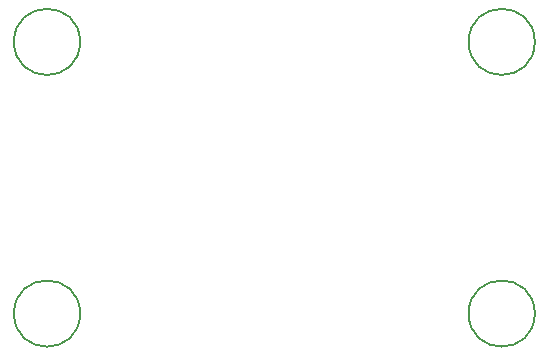
<source format=gbr>
G04 #@! TF.GenerationSoftware,KiCad,Pcbnew,(5.1.7)-1*
G04 #@! TF.CreationDate,2020-12-10T22:03:55+02:00*
G04 #@! TF.ProjectId,power_supply,706f7765-725f-4737-9570-706c792e6b69,rev?*
G04 #@! TF.SameCoordinates,Original*
G04 #@! TF.FileFunction,Other,Comment*
%FSLAX46Y46*%
G04 Gerber Fmt 4.6, Leading zero omitted, Abs format (unit mm)*
G04 Created by KiCad (PCBNEW (5.1.7)-1) date 2020-12-10 22:03:55*
%MOMM*%
%LPD*%
G01*
G04 APERTURE LIST*
%ADD10C,0.150000*%
G04 APERTURE END LIST*
D10*
X203300000Y-115500000D02*
G75*
G03*
X203300000Y-115500000I-2800000J0D01*
G01*
X203300000Y-138500000D02*
G75*
G03*
X203300000Y-138500000I-2800000J0D01*
G01*
X164800000Y-138500000D02*
G75*
G03*
X164800000Y-138500000I-2800000J0D01*
G01*
X164800000Y-115500000D02*
G75*
G03*
X164800000Y-115500000I-2800000J0D01*
G01*
M02*

</source>
